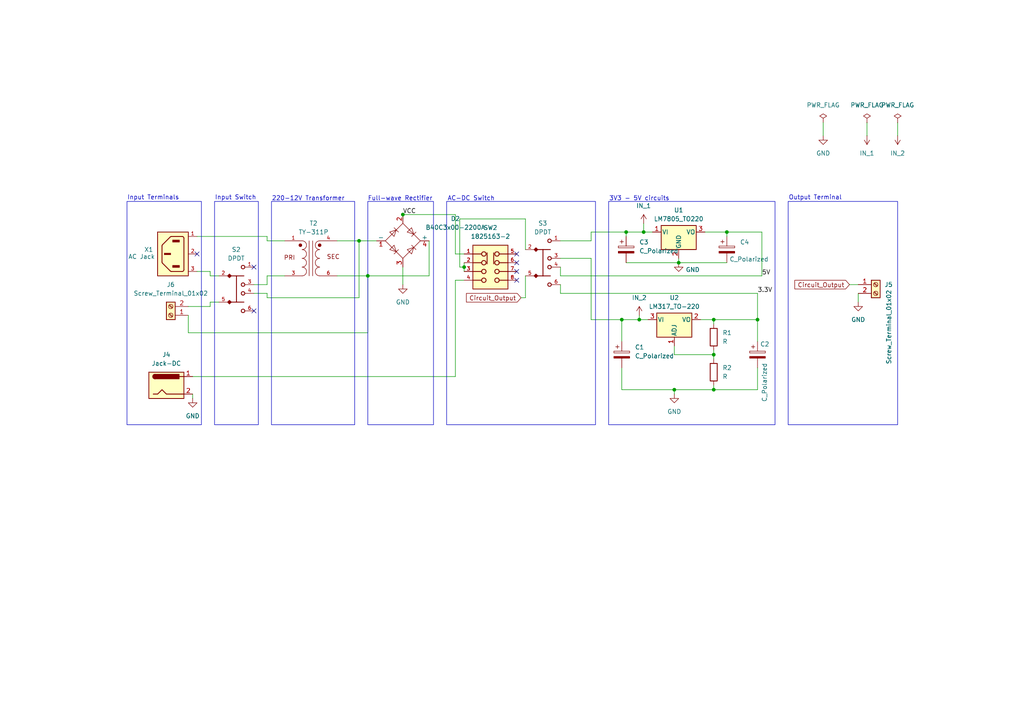
<source format=kicad_sch>
(kicad_sch (version 20250114) (generator "eeschema") (generator_version "9.0")
  (paper "A4")
  (lib_symbols
    (symbol "1825163-2:1825163-2" (pin_names (offset 1.016))
      (property "Reference" "SW" (at -5.0895 8.2704 0))
      (property "Value" "1825163-2" (at -5.081 -7.6215 0))
      (symbol "1825163-2_0_0"
        (polyline (pts (xy -5.08 5.08) (xy -2.54 5.08)) (stroke (width 0.254)))
        (polyline (pts (xy -5.08 2.54) (xy -2.54 2.54)) (stroke (width 0.254)))
        (polyline (pts (xy -5.08 0) (xy -2.54 0)) (stroke (width 0.254)))
        (polyline (pts (xy -5.08 -2.54) (xy -2.54 -2.54)) (stroke (width 0.254)))
        (rectangle (start -5.08 -5.08) (end 5.08 7.62) (stroke (width 0.254)) (fill (type background)))
        (circle (center -1.905 5.08) (radius 0.635) (stroke (width 0.254)))
        (circle (center -1.905 2.54) (radius 0.635) (stroke (width 0.254)))
        (circle (center -1.905 0) (radius 0.635) (stroke (width 0.254)))
        (circle (center -1.905 -2.54) (radius 0.635) (stroke (width 0.254)))
        (polyline (pts (xy -0.9525 5.3975) (xy -0.9525 2.2225)) (stroke (width 0.254)))
        (polyline (pts (xy 0.9525 5.3975) (xy 0.9525 2.2225)) (stroke (width 0.254)))
        (circle (center 1.905 5.08) (radius 0.635) (stroke (width 0.254)))
        (circle (center 1.905 2.54) (radius 0.635) (stroke (width 0.254)))
        (circle (center 1.905 0) (radius 0.635) (stroke (width 0.254)))
        (circle (center 1.905 -2.54) (radius 0.635) (stroke (width 0.254)))
        (polyline (pts (xy 2.54 5.08) (xy 5.08 5.08)) (stroke (width 0.254)))
        (polyline (pts (xy 2.54 2.54) (xy 5.08 2.54)) (stroke (width 0.254)))
        (polyline (pts (xy 2.54 0) (xy 5.08 0)) (stroke (width 0.254)))
        (polyline (pts (xy 2.54 -2.54) (xy 5.08 -2.54)) (stroke (width 0.254)))
        (pin passive line (at -7.62 5.08 0) (length 2.54) (name "~") (number "1"))
        (pin passive line (at -7.62 2.54 0) (length 2.54) (name "~") (number "2"))
        (pin passive line (at -7.62 0 0) (length 2.54) (name "~") (number "3"))
        (pin passive line (at -7.62 -2.54 0) (length 2.54) (name "~") (number "4"))
        (pin passive line (at 7.62 5.08 180) (length 2.54) (name "~") (number "5"))
        (pin passive line (at 7.62 2.54 180) (length 2.54) (name "~") (number "6"))
        (pin passive line (at 7.62 0 180) (length 2.54) (name "~") (number "7"))
        (pin passive line (at 7.62 -2.54 180) (length 2.54) (name "~") (number "8"))
      )
    )
    (symbol "6ESRM-P:6ESRM-P" (pin_names (offset 1.016))
      (property "Reference" "X" (at 0 0 0))
      (property "Value" "6ESRM-P" (at 0 0 0))
      (symbol "6ESRM-P_0_0"
        (rectangle (start 0 -6.35) (end 8.89 6.35) (stroke (width 0.254)) (fill (type background)))
        (polyline (pts (xy 1.27 4.572) (xy 1.27 -4.572)) (stroke (width 0.254)))
        (arc (start 1.27 4.572) (mid 1.4188 4.9312) (end 1.778 5.08) (stroke (width 0.254)))
        (arc (start 1.778 -5.08) (mid 1.4188 -4.9312) (end 1.27 -4.572) (stroke (width 0.254)))
        (polyline (pts (xy 1.778 -5.08) (xy 4.8696 -5.08)) (stroke (width 0.254)))
        (rectangle (start 2.54 3.429) (end 4.572 4.064) (stroke (width 0.1)) (fill (type outline)))
        (rectangle (start 2.54 -3.937) (end 4.572 -3.302) (stroke (width 0.1)) (fill (type outline)))
        (polyline (pts (xy 4.8696 5.08) (xy 1.778 5.08)) (stroke (width 0.254)))
        (arc (start 4.8696 5.08) (mid 5.064 5.0413) (end 5.2288 4.9312) (stroke (width 0.254)))
        (arc (start 5.2288 -4.9312) (mid 5.064 -5.0413) (end 4.8696 -5.08) (stroke (width 0.254)))
        (rectangle (start 5.08 -0.254) (end 6.985 0.254) (stroke (width 0.1)) (fill (type outline)))
        (polyline (pts (xy 5.2288 -4.9312) (xy 7.4712 -2.6888)) (stroke (width 0.254)))
        (arc (start 7.4712 2.6888) (mid 7.5813 2.524) (end 7.62 2.3296) (stroke (width 0.254)))
        (arc (start 7.62 -2.3296) (mid 7.5813 -2.524) (end 7.4712 -2.6888) (stroke (width 0.254)))
        (polyline (pts (xy 7.4712 2.6888) (xy 5.2288 4.9312)) (stroke (width 0.254)))
        (polyline (pts (xy 7.62 -2.3296) (xy 7.62 2.3296)) (stroke (width 0.254)))
        (pin passive line (at -2.54 5.08 0) (length 2.54) (name "~") (number "1"))
        (pin passive line (at -2.54 0 0) (length 2.54) (name "~") (number "2"))
        (pin passive line (at -2.54 -5.08 0) (length 2.54) (name "~") (number "3"))
      )
    )
    (symbol "Connector:Jack-DC" (pin_names (offset 1.016))
      (property "Reference" "J" (at 0 5.334 0))
      (property "Value" "Jack-DC" (at 0 -5.08 0))
      (symbol "Jack-DC_0_1"
        (rectangle (start -5.08 3.81) (end 5.08 -3.81) (stroke (width 0.254)) (fill (type background)))
        (polyline (pts (xy -3.81 -2.54) (xy -2.54 -2.54) (xy -1.27 -1.27) (xy 0 -2.54) (xy 2.54 -2.54) (xy 5.08 -2.54)) (stroke (width 0.254)))
        (arc (start -3.302 1.905) (mid -3.9343 2.54) (end -3.302 3.175) (stroke (width 0.254)))
        (arc (start -3.302 1.905) (mid -3.9343 2.54) (end -3.302 3.175) (stroke (width 0.254)) (fill (type outline)))
        (rectangle (start 3.683 3.175) (end -3.302 1.905) (stroke (width 0.254)) (fill (type outline)))
        (polyline (pts (xy 5.08 2.54) (xy 3.81 2.54)) (stroke (width 0.254)))
      )
      (symbol "Jack-DC_1_1"
        (pin passive line (at 7.62 2.54 180) (length 2.54) (name "~") (number "1"))
        (pin passive line (at 7.62 -2.54 180) (length 2.54) (name "~") (number "2"))
      )
    )
    (symbol "Connector:Screw_Terminal_01x02" (pin_names (offset 1.016) (hide yes))
      (property "Reference" "J" (at 0 2.54 0))
      (property "Value" "Screw_Terminal_01x02" (at 0 -5.08 0))
      (symbol "Screw_Terminal_01x02_1_1"
        (rectangle (start -1.27 1.27) (end 1.27 -3.81) (stroke (width 0.254)) (fill (type background)))
        (polyline (pts (xy -0.5334 0.3302) (xy 0.3302 -0.508)) (stroke (width 0.1524)))
        (polyline (pts (xy -0.5334 -2.2098) (xy 0.3302 -3.048)) (stroke (width 0.1524)))
        (polyline (pts (xy -0.3556 0.508) (xy 0.508 -0.3302)) (stroke (width 0.1524)))
        (polyline (pts (xy -0.3556 -2.032) (xy 0.508 -2.8702)) (stroke (width 0.1524)))
        (circle (center 0 0) (radius 0.635) (stroke (width 0.1524)))
        (circle (center 0 -2.54) (radius 0.635) (stroke (width 0.1524)))
        (pin passive line (at -5.08 0 0) (length 3.81) (name "Pin_1") (number "1"))
        (pin passive line (at -5.08 -2.54 0) (length 3.81) (name "Pin_2") (number "2"))
      )
    )
    (symbol "DPDT_Toggle_Switch:472133010111" (pin_names (offset 1.016))
      (property "Reference" "S" (at 0 6.35 0))
      (property "Value" "472133010111" (at 0 -10.16 0))
      (symbol "472133010111_0_0"
        (polyline (pts (xy -2.032 2.032) (xy -2.54 2.54) (xy -2.032 3.048) (xy -1.524 2.54) (xy -2.032 2.032)) (stroke (width 0.254)) (fill (type outline)))
        (polyline (pts (xy -2.032 -5.588) (xy -2.54 -5.08) (xy -2.032 -4.572) (xy -1.524 -5.08) (xy -2.032 -5.588)) (stroke (width 0.254)) (fill (type outline)))
        (polyline (pts (xy -1.905 2.54) (xy 0 2.54)) (stroke (width 0.254)))
        (polyline (pts (xy -1.905 -5.08) (xy 0 -5.08)) (stroke (width 0.254)))
        (polyline (pts (xy 0 2.54) (xy 0 -5.08)) (stroke (width 0.254)))
        (polyline (pts (xy 0 2.54) (xy 2.159 2.54)) (stroke (width 0.254)))
        (polyline (pts (xy 0 -5.08) (xy 2.159 -5.08)) (stroke (width 0.254)))
        (circle (center 1.905 5.08) (radius 0.508) (stroke (width 0.254)))
        (circle (center 1.905 0) (radius 0.508) (stroke (width 0.254)))
        (circle (center 1.905 -2.54) (radius 0.508) (stroke (width 0.254)))
        (circle (center 1.905 -7.62) (radius 0.508) (stroke (width 0.254)))
        (pin passive line (at -5.08 2.54 0) (length 2.54) (name "~") (number "2"))
        (pin passive line (at -5.08 -5.08 0) (length 2.54) (name "~") (number "5"))
        (pin passive line (at 5.08 5.08 180) (length 2.54) (name "~") (number "1"))
        (pin passive line (at 5.08 0 180) (length 2.54) (name "~") (number "3"))
        (pin passive line (at 5.08 -2.54 180) (length 2.54) (name "~") (number "4"))
        (pin passive line (at 5.08 -7.62 180) (length 2.54) (name "~") (number "6"))
      )
    )
    (symbol "Device:C_Polarized" (pin_numbers (hide yes)) (pin_names (offset 0.254))
      (property "Reference" "C" (at 0.635 2.54 0))
      (property "Value" "C_Polarized" (at 0.635 -2.54 0))
      (symbol "C_Polarized_0_1"
        (rectangle (start -2.286 0.508) (end 2.286 1.016))
        (polyline (pts (xy -1.778 2.286) (xy -0.762 2.286)))
        (polyline (pts (xy -1.27 2.794) (xy -1.27 1.778)))
        (rectangle (start 2.286 -0.508) (end -2.286 -1.016) (fill (type outline)))
      )
      (symbol "C_Polarized_1_1"
        (pin passive line (at 0 3.81 270) (length 2.794) (name "~") (number "1"))
        (pin passive line (at 0 -3.81 90) (length 2.794) (name "~") (number "2"))
      )
    )
    (symbol "Device:R" (pin_numbers (hide yes)) (pin_names (offset 0))
      (property "Reference" "R" (at 2.032 0 90))
      (property "Value" "R" (at 0 0 90))
      (symbol "R_0_1"
        (rectangle (start -1.016 -2.54) (end 1.016 2.54) (stroke (width 0.254)))
      )
      (symbol "R_1_1"
        (pin passive line (at 0 3.81 270) (length 1.27) (name "~") (number "1"))
        (pin passive line (at 0 -3.81 90) (length 1.27) (name "~") (number "2"))
      )
    )
    (symbol "Diode_Bridge:B40C3x00-2200A" (pin_names (offset 0))
      (property "Reference" "D" (at 2.54 6.985 0))
      (property "Value" "B40C3x00-2200A" (at 2.54 5.08 0))
      (symbol "B40C3x00-2200A_0_1"
        (polyline (pts (xy -5.08 0) (xy 0 -5.08) (xy 5.08 0) (xy 0 5.08) (xy -5.08 0)))
        (polyline (pts (xy -3.81 2.54) (xy -2.54 1.27) (xy -1.905 3.175) (xy -3.81 2.54)))
        (polyline (pts (xy -2.54 3.81) (xy -1.27 2.54)))
        (polyline (pts (xy -2.54 -1.27) (xy -3.81 -2.54) (xy -1.905 -3.175) (xy -2.54 -1.27)))
        (polyline (pts (xy -1.27 -2.54) (xy -2.54 -3.81)))
        (polyline (pts (xy 1.27 2.54) (xy 2.54 3.81) (xy 3.175 1.905) (xy 1.27 2.54)))
        (polyline (pts (xy 2.54 1.27) (xy 3.81 2.54)))
        (polyline (pts (xy 2.54 -1.27) (xy 3.81 -2.54)))
        (polyline (pts (xy 3.175 -1.905) (xy 1.27 -2.54) (xy 2.54 -3.81) (xy 3.175 -1.905)))
      )
      (symbol "B40C3x00-2200A_1_1"
        (pin passive line (at -7.62 0 0) (length 2.54) (name "-") (number "1"))
        (pin passive line (at 0 7.62 270) (length 2.54) (name "~") (number "2"))
        (pin passive line (at 0 -7.62 90) (length 2.54) (name "~") (number "3"))
        (pin passive line (at 7.62 0 180) (length 2.54) (name "+") (number "4"))
      )
    )
    (symbol "Regulator_Linear:LM317_TO-220" (pin_names (offset 0.254))
      (property "Reference" "U" (at -3.81 3.175 0))
      (property "Value" "LM317_TO-220" (at 0 3.175 0))
      (symbol "LM317_TO-220_0_1"
        (rectangle (start -5.08 1.905) (end 5.08 -5.08) (stroke (width 0.254)) (fill (type background)))
      )
      (symbol "LM317_TO-220_1_1"
        (pin power_in line (at -7.62 0 0) (length 2.54) (name "VI") (number "3"))
        (pin input line (at 0 -7.62 90) (length 2.54) (name "ADJ") (number "1"))
        (pin power_out line (at 7.62 0 180) (length 2.54) (name "VO") (number "2"))
      )
    )
    (symbol "Regulator_Linear:LM7805_TO220" (pin_names (offset 0.254))
      (property "Reference" "U" (at -3.81 3.175 0))
      (property "Value" "LM7805_TO220" (at 0 3.175 0))
      (symbol "LM7805_TO220_0_1"
        (rectangle (start -5.08 1.905) (end 5.08 -5.08) (stroke (width 0.254)) (fill (type background)))
      )
      (symbol "LM7805_TO220_1_1"
        (pin power_in line (at -7.62 0 0) (length 2.54) (name "VI") (number "1"))
        (pin power_in line (at 0 -7.62 90) (length 2.54) (name "GND") (number "2"))
        (pin power_out line (at 7.62 0 180) (length 2.54) (name "VO") (number "3"))
      )
    )
    (symbol "TY-311P:TY-311P" (pin_names (offset 1.016))
      (property "Reference" "T" (at -5.0839 7.6279 0))
      (property "Value" "TY-311P" (at -5.0814 -10.1627 0))
      (symbol "TY-311P_0_0"
        (circle (center -3.048 3.81) (radius 0.254) (stroke (width 0.508)))
        (arc (start -2.54 5.08) (mid -1.2755 3.81) (end -2.54 2.54) (stroke (width 0.1524)))
        (arc (start -2.54 2.54) (mid -1.2755 1.27) (end -2.54 0) (stroke (width 0.1524)))
        (arc (start -2.54 0) (mid -1.2755 -1.27) (end -2.54 -2.54) (stroke (width 0.1524)))
        (arc (start -2.54 -2.54) (mid -1.2755 -3.81) (end -2.54 -5.08) (stroke (width 0.1524)))
        (polyline (pts (xy -0.508 5.08) (xy -0.508 -5.08)) (stroke (width 0.1524)))
        (polyline (pts (xy 0.508 5.08) (xy 0.508 -5.08)) (stroke (width 0.1524)))
        (circle (center 2.54 3.81) (radius 0.254) (stroke (width 0.508)))
        (arc (start 2.54 2.54) (mid 1.2755 3.81) (end 2.54 5.08) (stroke (width 0.1524)))
        (arc (start 2.54 0) (mid 1.2755 1.27) (end 2.54 2.54) (stroke (width 0.1524)))
        (arc (start 2.54 -2.54) (mid 1.2755 -1.27) (end 2.54 0) (stroke (width 0.1524)))
        (arc (start 2.54 -5.08) (mid 1.2755 -3.81) (end 2.54 -2.54) (stroke (width 0.1524)))
        (text "PRI" (at -7.874 -0.508 0) (effects (font (size 1.27 1.27)) (justify left bottom)))
        (text "SEC " (at 4.572 -0.254 0) (effects (font (size 1.27 1.27)) (justify left bottom)))
        (pin passive line (at -7.62 5.08 0) (length 5.08) (name "~") (number "1"))
        (pin passive line (at -7.62 -5.08 0) (length 5.08) (name "~") (number "3"))
        (pin passive line (at 7.62 5.08 180) (length 5.08) (name "~") (number "4"))
        (pin passive line (at 7.62 -5.08 180) (length 5.08) (name "~") (number "6"))
      )
    )
    (symbol "power:GND" (power) (pin_numbers (hide yes)) (pin_names (offset 0) (hide yes))
      (property "Value" "GND" (at 0 -3.81 0))
      (symbol "GND_0_1"
        (polyline (pts (xy 0 0) (xy 0 -1.27) (xy 1.27 -1.27) (xy 0 -2.54) (xy -1.27 -1.27) (xy 0 -1.27)))
      )
      (symbol "GND_1_1"
        (pin power_in line (at 0 0 270) (length 0) (name "~") (number "1"))
      )
    )
    (symbol "power:PWR_FLAG" (power) (pin_numbers (hide yes)) (pin_names (offset 0) (hide yes))
      (property "Value" "PWR_FLAG" (at 0 3.81 0))
      (symbol "PWR_FLAG_0_0"
        (pin power_out line (at 0 0 90) (length 0) (name "~") (number "1"))
      )
      (symbol "PWR_FLAG_0_1"
        (polyline (pts (xy 0 0) (xy 0 1.27) (xy -1.016 1.905) (xy 0 2.54) (xy 1.016 1.905) (xy 0 1.27)))
      )
    )
    (symbol "power:VCC" (power) (pin_numbers (hide yes)) (pin_names (offset 0) (hide yes))
      (property "Value" "VCC" (at 0 3.556 0))
      (symbol "VCC_0_1"
        (polyline (pts (xy -0.762 1.27) (xy 0 2.54)))
        (polyline (pts (xy 0 2.54) (xy 0.762 1.27)))
        (polyline (pts (xy 0 0) (xy 0 2.54)))
      )
      (symbol "VCC_1_1"
        (pin power_in line (at 0 0 90) (length 0) (name "~") (number "1"))
      )
    )
  )
  (rectangle (start 78.74 58.42) (end 102.87 123.19))
  (rectangle (start 106.68 58.42) (end 125.73 123.19))
  (rectangle (start 36.83 58.42) (end 58.42 123.19))
  (rectangle (start 176.53 58.42) (end 224.79 123.19))
  (rectangle (start 228.6 58.42) (end 260.35 123.19))
  (rectangle (start 129.54 58.42) (end 172.72 123.19))
  (rectangle (start 62.23 58.42) (end 74.93 123.19))
  (text "Full-wave Rectifier" (at 116.078 57.658 0) (effects (font (size 1.27 1.27))))
  (text "3V3 - 5V circuits" (at 185.42 57.658 0) (effects (font (size 1.27 1.27))))
  (text "Input Switch" (at 68.326 57.404 0) (effects (font (size 1.27 1.27))))
  (text "Output Terminal" (at 236.474 57.404 0) (effects (font (size 1.27 1.27))))
  (text "220-12V Transformer" (at 89.408 57.658 0) (effects (font (size 1.27 1.27))))
  (text "AC-DC Switch" (at 136.652 57.658 0) (effects (font (size 1.27 1.27))))
  (text "Input Terminals\n" (at 44.45 57.404 0) (effects (font (size 1.27 1.27))))
  (junction (at 207.01 102.87))
  (junction (at 181.61 67.31))
  (junction (at 207.01 113.03))
  (junction (at 106.68 80.01))
  (junction (at 219.71 92.71))
  (junction (at 104.14 69.85))
  (junction (at 186.69 67.31))
  (junction (at 180.34 92.71))
  (junction (at 185.42 92.71))
  (junction (at 210.82 67.31))
  (junction (at 116.84 62.23))
  (junction (at 134.62 77.47))
  (junction (at 195.58 113.03))
  (junction (at 196.85 76.2))
  (junction (at 207.01 92.71))
  (no_connect (at 149.86 78.74))
  (no_connect (at 73.66 90.17))
  (no_connect (at 149.86 81.28))
  (no_connect (at 73.66 77.47))
  (no_connect (at 57.15 73.66))
  (no_connect (at 149.86 73.66))
  (no_connect (at 149.86 76.2))
  (wire (pts (xy 181.61 76.2) (xy 196.85 76.2)))
  (wire (pts (xy 73.66 85.09) (xy 77.47 85.09)))
  (wire (pts (xy 207.01 111.76) (xy 207.01 113.03)))
  (wire (pts (xy 260.35 35.56) (xy 260.35 39.37)))
  (wire (pts (xy 54.61 88.9) (xy 60.96 88.9)))
  (wire (pts (xy 104.14 69.85) (xy 109.22 69.85)))
  (wire (pts (xy 60.96 87.63) (xy 60.96 88.9)))
  (wire (pts (xy 77.47 80.01) (xy 77.47 82.55)))
  (wire (pts (xy 133.35 63.5) (xy 133.35 77.47)))
  (wire (pts (xy 104.14 69.85) (xy 104.14 86.36)))
  (wire (pts (xy 152.4 72.39) (xy 152.4 63.5)))
  (wire (pts (xy 77.47 69.85) (xy 82.55 69.85)))
  (wire (pts (xy 162.56 77.47) (xy 162.56 80.01)))
  (wire (pts (xy 60.96 80.01) (xy 63.5 80.01)))
  (wire (pts (xy 77.47 86.36) (xy 104.14 86.36)))
  (wire (pts (xy 186.69 64.77) (xy 186.69 67.31)))
  (wire (pts (xy 162.56 74.93) (xy 171.45 74.93)))
  (wire (pts (xy 55.88 114.3) (xy 55.88 115.57)))
  (wire (pts (xy 151.13 86.36) (xy 152.4 86.36)))
  (wire (pts (xy 60.96 78.74) (xy 57.15 78.74)))
  (wire (pts (xy 181.61 68.58) (xy 181.61 67.31)))
  (wire (pts (xy 238.76 35.56) (xy 238.76 39.37)))
  (wire (pts (xy 195.58 113.03) (xy 207.01 113.03)))
  (wire (pts (xy 77.47 85.09) (xy 77.47 86.36)))
  (wire (pts (xy 196.85 74.93) (xy 196.85 76.2)))
  (wire (pts (xy 73.66 82.55) (xy 77.47 82.55)))
  (wire (pts (xy 219.71 99.06) (xy 219.71 92.71)))
  (wire (pts (xy 248.92 85.09) (xy 248.92 87.63)))
  (wire (pts (xy 106.68 80.01) (xy 106.68 96.52)))
  (wire (pts (xy 171.45 92.71) (xy 180.34 92.71)))
  (wire (pts (xy 185.42 91.44) (xy 185.42 92.71)))
  (wire (pts (xy 134.62 81.28) (xy 132.08 81.28)))
  (wire (pts (xy 186.69 67.31) (xy 189.23 67.31)))
  (wire (pts (xy 134.62 77.47) (xy 134.62 78.74)))
  (wire (pts (xy 171.45 74.93) (xy 171.45 92.71)))
  (wire (pts (xy 210.82 67.31) (xy 210.82 68.58)))
  (wire (pts (xy 134.62 76.2) (xy 134.62 77.47)))
  (wire (pts (xy 195.58 102.87) (xy 207.01 102.87)))
  (wire (pts (xy 180.34 106.68) (xy 180.34 113.03)))
  (wire (pts (xy 77.47 69.85) (xy 77.47 68.58)))
  (wire (pts (xy 162.56 80.01) (xy 220.98 80.01)))
  (wire (pts (xy 171.45 67.31) (xy 181.61 67.31)))
  (wire (pts (xy 219.71 85.09) (xy 219.71 92.71)))
  (wire (pts (xy 77.47 80.01) (xy 82.55 80.01)))
  (wire (pts (xy 152.4 63.5) (xy 133.35 63.5)))
  (wire (pts (xy 207.01 113.03) (xy 219.71 113.03)))
  (wire (pts (xy 207.01 92.71) (xy 207.01 93.98)))
  (wire (pts (xy 207.01 102.87) (xy 207.01 101.6)))
  (wire (pts (xy 106.68 80.01) (xy 124.46 80.01)))
  (wire (pts (xy 246.38 82.55) (xy 248.92 82.55)))
  (wire (pts (xy 134.62 73.66) (xy 132.08 73.66)))
  (wire (pts (xy 132.08 73.66) (xy 132.08 62.23)))
  (wire (pts (xy 180.34 99.06) (xy 180.34 92.71)))
  (wire (pts (xy 162.56 82.55) (xy 162.56 85.09)))
  (wire (pts (xy 220.98 67.31) (xy 220.98 80.01)))
  (wire (pts (xy 207.01 102.87) (xy 207.01 104.14)))
  (wire (pts (xy 181.61 67.31) (xy 186.69 67.31)))
  (wire (pts (xy 185.42 92.71) (xy 187.96 92.71)))
  (wire (pts (xy 162.56 85.09) (xy 219.71 85.09)))
  (wire (pts (xy 180.34 113.03) (xy 195.58 113.03)))
  (wire (pts (xy 180.34 92.71) (xy 185.42 92.71)))
  (wire (pts (xy 116.84 62.23) (xy 132.08 62.23)))
  (wire (pts (xy 97.79 80.01) (xy 106.68 80.01)))
  (wire (pts (xy 55.88 109.22) (xy 132.08 109.22)))
  (wire (pts (xy 219.71 106.68) (xy 219.71 113.03)))
  (wire (pts (xy 251.46 35.56) (xy 251.46 39.37)))
  (wire (pts (xy 195.58 100.33) (xy 195.58 102.87)))
  (wire (pts (xy 207.01 92.71) (xy 219.71 92.71)))
  (wire (pts (xy 132.08 81.28) (xy 132.08 109.22)))
  (wire (pts (xy 204.47 67.31) (xy 210.82 67.31)))
  (wire (pts (xy 97.79 69.85) (xy 104.14 69.85)))
  (wire (pts (xy 203.2 92.71) (xy 207.01 92.71)))
  (wire (pts (xy 124.46 69.85) (xy 124.46 80.01)))
  (wire (pts (xy 133.35 77.47) (xy 134.62 77.47)))
  (wire (pts (xy 54.61 96.52) (xy 106.68 96.52)))
  (wire (pts (xy 116.84 62.23) (xy 116.84 63.5)))
  (wire (pts (xy 60.96 87.63) (xy 63.5 87.63)))
  (wire (pts (xy 116.84 77.47) (xy 116.84 82.55)))
  (wire (pts (xy 171.45 69.85) (xy 162.56 69.85)))
  (wire (pts (xy 60.96 80.01) (xy 60.96 78.74)))
  (wire (pts (xy 171.45 67.31) (xy 171.45 69.85)))
  (wire (pts (xy 54.61 91.44) (xy 54.61 96.52)))
  (wire (pts (xy 196.85 76.2) (xy 210.82 76.2)))
  (wire (pts (xy 195.58 113.03) (xy 195.58 114.3)))
  (wire (pts (xy 152.4 80.01) (xy 152.4 86.36)))
  (wire (pts (xy 77.47 68.58) (xy 57.15 68.58)))
  (wire (pts (xy 210.82 67.31) (xy 220.98 67.31)))
  (label "3.3V" (at 219.71 85.09 0))
  (label "VCC" (at 116.84 62.23 0))
  (label "5V" (at 220.98 80.01 0))
  (global_label "Circuit_Output" (shape input) (at 246.38 82.55 180) (property "Intersheetrefs" "${INTERSHEET_REFS}" (effects (hide yes))))
  (global_label "Circuit_Output" (shape input) (at 151.13 86.36 180) (property "Intersheetrefs" "${INTERSHEET_REFS}" (effects (hide yes))))
  (symbol (lib_id "Diode_Bridge:B40C3x00-2200A") (at 116.84 69.85 0) (unit 1)
    (property "Reference" "D2" (at 132.08 63.4298 0))
    (property "Value" "B40C3x00-2200A" (at 132.08 65.9698 0))
    (property "Footprint" "Diode_THT:Diode_Bridge_32.0x5.6x17.0mm_P10.0mm_P7.5mm" (effects (hide yes)))
    (property "Datasheet" "https://diotec.com/tl_files/diotec/files/pdf/datasheets/b40c3700" (effects (hide yes)))
    (property "Description" "Silicon Bridge Rectifier, 40V Vrms, 2.2A If, pins=-AA+, SIL-package" (effects (hide yes)))
  )
  (symbol (lib_id "Device:C_Polarized") (at 181.61 72.39 0) (unit 1)
    (property "Reference" "C3" (at 185.42 70.2309 0) (effects (justify left)))
    (property "Value" "C_Polarized" (at 185.42 72.7709 0) (effects (justify left)))
    (property "Footprint" "Capacitor_THT:CP_Radial_D6.3mm_P2.50mm" (effects (hide yes)))
    (property "Description" "Polarized capacitor" (effects (hide yes)))
  )
  (symbol (lib_id "Connector:Jack-DC") (at 48.26 111.76 0) (unit 1)
    (property "Reference" "J4" (at 48.26 102.87 0))
    (property "Value" "Jack-DC" (at 48.26 105.41 0))
    (property "Footprint" "Connector_BarrelJack:BarrelJack_Horizontal" (effects (hide yes)))
    (property "Description" "DC Barrel Jack" (effects (hide yes)))
  )
  (symbol (lib_id "TY-311P:TY-311P") (at 90.17 74.93 0) (unit 1)
    (property "Reference" "T2" (at 90.9282 64.77 0))
    (property "Value" "TY-311P" (at 90.9282 67.31 0))
    (property "Footprint" "Transformer:XFMR_TY-311P" (effects (hide yes)))
    (property "MF" "Triad Magnetics" (effects (hide yes)))
    (property "Description_1" "Transformer, audio, 600:600 0mADC | Triad Magnetics TY-311P" (effects (hide yes)))
    (property "Package" "None" (effects (hide yes)))
    (property "Price" "None" (effects (hide yes)))
    (property "Check_prices" "https://www.snapeda.com/parts/TY-311P/Triad+Magnetics/view-part/?ref=eda" (effects (hide yes)))
    (property "STANDARD" "Manufacturer Recommendations" (effects (hide yes)))
    (property "PARTREV" "2016" (effects (hide yes)))
    (property "SnapEDA_Link" "https://www.snapeda.com/parts/TY-311P/Triad+Magnetics/view-part/?ref=snap" (effects (hide yes)))
    (property "MP" "TY-311P" (effects (hide yes)))
    (property "Availability" "In Stock" (effects (hide yes)))
    (property "MANUFACTURER" "Triad Magnetics" (effects (hide yes)))
  )
  (symbol (lib_id "power:PWR_FLAG") (at 251.46 35.56 0) (unit 1)
    (property "Reference" "#FLG01" (effects (hide yes)))
    (property "Value" "PWR_FLAG" (at 251.46 30.48 0))
    (property "Description" "Special symbol for telling ERC where power comes from" (effects (hide yes)))
  )
  (symbol (lib_id "power:VCC") (at 186.69 64.77 0) (unit 1)
    (property "Reference" "#PWR05" (effects (hide yes)))
    (property "Value" "IN_1" (at 186.69 59.69 0))
    (property "Description" "Power symbol creates a global label with name \"VCC\"" (effects (hide yes)))
  )
  (symbol (lib_id "1825163-2:1825163-2") (at 142.24 78.74 0) (unit 1)
    (property "Reference" "SW2" (at 142.24 66.04 0))
    (property "Value" "1825163-2" (at 142.24 68.58 0))
    (property "Footprint" "DP3T:SW_1825163-2" (effects (hide yes)))
    (property "Comment" "1825163-2" (effects (hide yes)))
    (property "MF" "TE Connectivity" (effects (hide yes)))
    (property "Description_1" "Switch Slide SP3T Top Slide 0.3A 125VAC PC Pins Thru-Hole Bulk" (effects (hide yes)))
    (property "Package" "None" (effects (hide yes)))
    (property "Price" "None" (effects (hide yes)))
    (property "Check_prices" "https://www.snapeda.com/parts/1825163-2/TE+Connectivity+ALCOSWITCH+Switches/view-part/?ref=eda" (effects (hide yes)))
    (property "STANDARD" "Manufacturer recommendations" (effects (hide yes)))
    (property "PARTREV" "A3" (effects (hide yes)))
    (property "SnapEDA_Link" "https://www.snapeda.com/parts/1825163-2/TE+Connectivity+ALCOSWITCH+Switches/view-part/?ref=snap" (effects (hide yes)))
    (property "MP" "1825163-2" (effects (hide yes)))
    (property "Availability" "In Stock" (effects (hide yes)))
    (property "MANUFACTURER" "TE Connectivity" (effects (hide yes)))
  )
  (symbol (lib_id "power:PWR_FLAG") (at 260.35 35.56 0) (unit 1)
    (property "Reference" "#FLG03" (effects (hide yes)))
    (property "Value" "PWR_FLAG" (at 260.35 30.48 0))
    (property "Description" "Special symbol for telling ERC where power comes from" (effects (hide yes)))
  )
  (symbol (lib_id "Device:R") (at 207.01 107.95 0) (unit 1)
    (property "Reference" "R2" (at 209.55 106.6799 0) (effects (justify left)))
    (property "Value" "R" (at 209.55 109.2199 0) (effects (justify left)))
    (property "Footprint" "Resistor_THT:R_Axial_DIN0207_L6.3mm_D2.5mm_P7.62mm_Horizontal" (effects (hide yes)))
    (property "Description" "Resistor" (effects (hide yes)))
  )
  (symbol (lib_id "Regulator_Linear:LM317_TO-220") (at 195.58 92.71 0) (unit 1)
    (property "Reference" "U2" (at 195.58 86.36 0))
    (property "Value" "LM317_TO-220" (at 195.58 88.9 0))
    (property "Footprint" "Package_TO_SOT_THT:TO-220-3_Horizontal_TabDown" (effects (hide yes)))
    (property "Datasheet" "http://www.ti.com/lit/ds/symlink/lm317.pdf" (effects (hide yes)))
    (property "Description" "1.5A 35V Adjustable Linear Regulator, TO-220" (effects (hide yes)))
  )
  (symbol (lib_id "Device:C_Polarized") (at 210.82 72.39 0) (unit 1)
    (property "Reference" "C4" (at 214.63 70.2309 0) (effects (justify left)))
    (property "Value" "C_Polarized" (at 211.582 75.184 0) (effects (justify left)))
    (property "Footprint" "Capacitor_THT:CP_Radial_D6.3mm_P2.50mm" (effects (hide yes)))
    (property "Description" "Polarized capacitor" (effects (hide yes)))
  )
  (symbol (lib_id "Device:C_Polarized") (at 180.34 102.87 0) (unit 1)
    (property "Reference" "C1" (at 184.15 100.7109 0) (effects (justify left)))
    (property "Value" "C_Polarized" (at 184.15 103.2509 0) (effects (justify left)))
    (property "Footprint" "Capacitor_THT:CP_Radial_D6.3mm_P2.50mm" (effects (hide yes)))
    (property "Description" "Polarized capacitor" (effects (hide yes)))
  )
  (symbol (lib_id "Regulator_Linear:LM7805_TO220") (at 196.85 67.31 0) (unit 1)
    (property "Reference" "U1" (at 196.85 60.96 0))
    (property "Value" "LM7805_TO220" (at 196.85 63.5 0))
    (property "Footprint" "Package_TO_SOT_THT:TO-220-3_Horizontal_TabDown" (effects (hide yes)))
    (property "Datasheet" "https://www.onsemi.cn/PowerSolutions/document/MC7800-D.PDF" (effects (hide yes)))
    (property "Description" "Positive 1A 35V Linear Regulator, Fixed Output 5V, TO-220" (effects (hide yes)))
  )
  (symbol (lib_id "6ESRM-P:6ESRM-P") (at 54.61 73.66 0) (mirror y) (unit 1)
    (property "Reference" "X1" (at 44.45 72.3899 0) (effects (justify left)))
    (property "Value" "AC Jack" (at 44.958 74.422 0) (effects (justify left)))
    (property "Footprint" "AC Jack:6ESRM-P" (effects (hide yes)))
    (property "Comment" "1609078-1" (effects (hide yes)))
    (property "MF" "TE Connectivity" (effects (hide yes)))
    (property "Description_1" "AC Male Power Inlet Connector, PC Board Pins, Snap-In, 120/250VAC, 15A(UL/CSA), 10A" (effects (hide yes)))
    (property "Package" "None" (effects (hide yes)))
    (property "MPN" "6ESRM-P" (effects (hide yes)))
    (property "Price" "None" (effects (hide yes)))
    (property "POPULARITY" "1" (effects (hide yes)))
    (property "OC_FARNELL" "unknown" (effects (hide yes)))
    (property "SnapEDA_Link" "https://www.snapeda.com/parts/6ESRM-P/TE+Connectivity+Corcom+Filters/view-part/?ref=snap" (effects (hide yes)))
    (property "MP" "6ESRM-P" (effects (hide yes)))
    (property "EU_RoHS_Compliance" "Compliant" (effects (hide yes)))
    (property "OC_NEWARK" "87F1821" (effects (hide yes)))
    (property "Availability" "In Stock" (effects (hide yes)))
    (property "Check_prices" "https://www.snapeda.com/parts/6ESRM-P/TE+Connectivity+Corcom+Filters/view-part/?ref=eda" (effects (hide yes)))
  )
  (symbol (lib_id "power:GND") (at 248.92 87.63 0) (mirror y) (unit 1)
    (property "Reference" "#PWR04" (effects (hide yes)))
    (property "Value" "GND" (at 248.92 92.71 0))
    (property "Description" "Power symbol creates a global label with name \"GND\" , ground" (effects (hide yes)))
  )
  (symbol (lib_id "power:VCC") (at 251.46 39.37 180) (unit 1)
    (property "Reference" "#PWR08" (effects (hide yes)))
    (property "Value" "IN_1" (at 251.46 44.45 0))
    (property "Description" "Power symbol creates a global label with name \"VCC\"" (effects (hide yes)))
  )
  (symbol (lib_id "Device:C_Polarized") (at 219.71 102.87 0) (unit 1)
    (property "Reference" "C2" (at 220.472 99.822 0) (effects (justify left)))
    (property "Value" "C_Polarized" (at 221.742 116.586 90) (effects (justify left)))
    (property "Footprint" "Capacitor_THT:CP_Radial_D6.3mm_P2.50mm" (effects (hide yes)))
    (property "Description" "Polarized capacitor" (effects (hide yes)))
  )
  (symbol (lib_id "Connector:Screw_Terminal_01x02") (at 254 82.55 0) (unit 1)
    (property "Reference" "J5" (at 256.54 82.5499 0) (effects (justify left)))
    (property "Value" "Screw_Terminal_01x02" (at 257.81 105.664 90) (effects (justify left)))
    (property "Footprint" "TerminalBlock_Phoenix:TerminalBlock_Phoenix_MKDS-3-2-5.08_1x02_P5.08mm_Horizontal" (effects (hide yes)))
    (property "Description" "Generic screw terminal, single row, 01x02, script generated (kicad-library-utils/schlib/autogen/connector/)" (effects (hide yes)))
  )
  (symbol (lib_id "Connector:Screw_Terminal_01x02") (at 49.53 91.44 180) (unit 1)
    (property "Reference" "J6" (at 49.53 82.55 0))
    (property "Value" "Screw_Terminal_01x02" (at 49.53 85.09 0))
    (property "Footprint" "TerminalBlock_Phoenix:TerminalBlock_Phoenix_MKDS-3-2-5.08_1x02_P5.08mm_Horizontal" (effects (hide yes)))
    (property "Description" "Generic screw terminal, single row, 01x02, script generated (kicad-library-utils/schlib/autogen/connector/)" (effects (hide yes)))
  )
  (symbol (lib_id "power:VCC") (at 260.35 39.37 180) (unit 1)
    (property "Reference" "#PWR010" (effects (hide yes)))
    (property "Value" "IN_2" (at 260.35 44.45 0))
    (property "Description" "Power symbol creates a global label with name \"VCC\"" (effects (hide yes)))
  )
  (symbol (lib_id "power:GND") (at 196.85 76.2 0) (unit 1)
    (property "Reference" "#PWR01" (effects (hide yes)))
    (property "Value" "GND" (at 200.914 78.232 0))
    (property "Description" "Power symbol creates a global label with name \"GND\" , ground" (effects (hide yes)))
  )
  (symbol (lib_id "DPDT_Toggle_Switch:472133010111") (at 68.58 82.55 0) (unit 1)
    (property "Reference" "S2" (at 68.5165 72.39 0))
    (property "Value" "DPDT" (at 68.5165 74.93 0))
    (property "Footprint" "DPDT:472133010111" (effects (hide yes)))
    (property "MF" "Würth Elektronik" (effects (hide yes)))
    (property "Description_1" "Toggle Switch DPDT Panel Mount" (effects (hide yes)))
    (property "Package" "None" (effects (hide yes)))
    (property "Price" "None" (effects (hide yes)))
    (property "SnapEDA_Link" "https://www.snapeda.com/parts/472133010111/W%25C3%25BCrth+Elektronik+Midcom/view-part/?ref=snap" (effects (hide yes)))
    (property "MP" "472133010111" (effects (hide yes)))
    (property "Availability" "In Stock" (effects (hide yes)))
    (property "Check_prices" "https://www.snapeda.com/parts/472133010111/W%25C3%25BCrth+Elektronik+Midcom/view-part/?ref=eda" (effects (hide yes)))
  )
  (symbol (lib_id "power:GND") (at 55.88 115.57 0) (unit 1)
    (property "Reference" "#PWR03" (effects (hide yes)))
    (property "Value" "GND" (at 55.88 120.65 0))
    (property "Description" "Power symbol creates a global label with name \"GND\" , ground" (effects (hide yes)))
  )
  (symbol (lib_id "power:GND") (at 238.76 39.37 0) (unit 1)
    (property "Reference" "#PWR09" (effects (hide yes)))
    (property "Value" "GND" (at 238.76 44.45 0))
    (property "Description" "Power symbol creates a global label with name \"GND\" , ground" (effects (hide yes)))
  )
  (symbol (lib_id "power:VCC") (at 185.42 91.44 0) (unit 1)
    (property "Reference" "#PWR06" (effects (hide yes)))
    (property "Value" "IN_2" (at 185.42 86.36 0))
    (property "Description" "Power symbol creates a global label with name \"VCC\"" (effects (hide yes)))
  )
  (symbol (lib_id "Device:R") (at 207.01 97.79 0) (unit 1)
    (property "Reference" "R1" (at 209.55 96.5199 0) (effects (justify left)))
    (property "Value" "R" (at 209.55 99.0599 0) (effects (justify left)))
    (property "Footprint" "Resistor_THT:R_Axial_DIN0207_L6.3mm_D2.5mm_P7.62mm_Horizontal" (effects (hide yes)))
    (property "Description" "Resistor" (effects (hide yes)))
  )
  (symbol (lib_id "DPDT_Toggle_Switch:472133010111") (at 157.48 74.93 0) (unit 1)
    (property "Reference" "S3" (at 157.4165 64.77 0))
    (property "Value" "DPDT" (at 157.4165 67.31 0))
    (property "Footprint" "DPDT:472133010111" (effects (hide yes)))
    (property "MF" "Würth Elektronik" (effects (hide yes)))
    (property "Description_1" "Toggle Switch DPDT Panel Mount" (effects (hide yes)))
    (property "Package" "None" (effects (hide yes)))
    (property "Price" "None" (effects (hide yes)))
    (property "SnapEDA_Link" "https://www.snapeda.com/parts/472133010111/W%25C3%25BCrth+Elektronik+Midcom/view-part/?ref=snap" (effects (hide yes)))
    (property "MP" "472133010111" (effects (hide yes)))
    (property "Availability" "In Stock" (effects (hide yes)))
    (property "Check_prices" "https://www.snapeda.com/parts/472133010111/W%25C3%25BCrth+Elektronik+Midcom/view-part/?ref=eda" (effects (hide yes)))
  )
  (symbol (lib_id "power:PWR_FLAG") (at 238.76 35.56 0) (unit 1)
    (property "Reference" "#FLG02" (effects (hide yes)))
    (property "Value" "PWR_FLAG" (at 238.76 30.48 0))
    (property "Description" "Special symbol for telling ERC where power comes from" (effects (hide yes)))
  )
  (symbol (lib_id "power:GND") (at 116.84 82.55 0) (unit 1)
    (property "Reference" "#PWR07" (effects (hide yes)))
    (property "Value" "GND" (at 116.84 87.63 0))
    (property "Description" "Power symbol creates a global label with name \"GND\" , ground" (effects (hide yes)))
  )
  (symbol (lib_id "power:GND") (at 195.58 114.3 0) (unit 1)
    (property "Reference" "#PWR02" (effects (hide yes)))
    (property "Value" "GND" (at 195.58 119.38 0))
    (property "Description" "Power symbol creates a global label with name \"GND\" , ground" (effects (hide yes)))
  )
)
</source>
